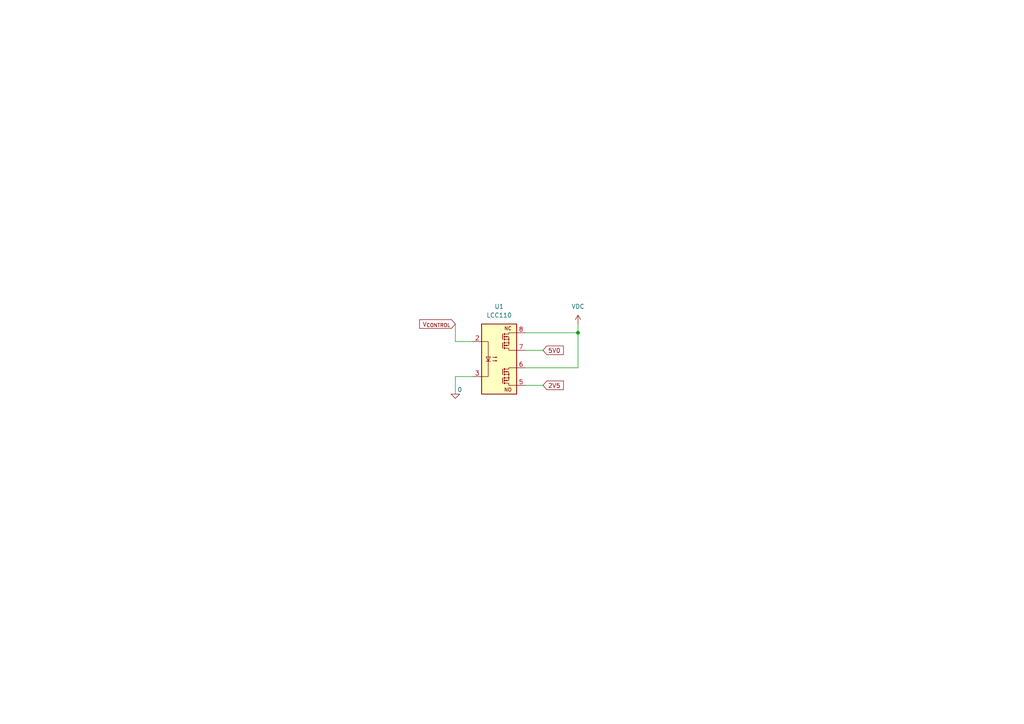
<source format=kicad_sch>
(kicad_sch (version 20230121) (generator eeschema)
  (paper "A4")
  (lib_symbols
    (symbol "Relay_SolidState:LCC110"
      (property "Reference" "U" (at -5.08 11.43 0))
      (property "Value" "LCC110" (at -0.254 11.43 0))
      (symbol "LCC110_0_0"
        (text "NC" (at 2.54 8.89 0) (effects (font (size 1.016 1.016))))
        (text "NO" (at 2.54 -8.89 0) (effects (font (size 1.016 1.016))))
      )
      (symbol "LCC110_0_1"
        (polyline (pts (xy -3.81 -0.635) (xy -2.54 -0.635)))
        (polyline (pts (xy 1.016 -5.461) (xy 1.016 -6.985)) (stroke (width 0.2032)))
        (polyline (pts (xy 1.016 -2.921) (xy 1.016 -4.445)) (stroke (width 0.2032)))
        (polyline (pts (xy 1.016 4.699) (xy 1.016 3.175)) (stroke (width 0.2032)))
        (polyline (pts (xy 1.016 7.239) (xy 1.016 5.715)) (stroke (width 0.2032)))
        (polyline (pts (xy 1.524 -6.858) (xy 1.524 -7.112) (xy 1.524 -7.112)) (stroke (width 0.3556)))
        (polyline (pts (xy 1.524 -6.096) (xy 1.524 -6.35) (xy 1.524 -6.35)) (stroke (width 0.3556)))
        (polyline (pts (xy 1.524 -5.334) (xy 1.524 -5.588) (xy 1.524 -5.588)) (stroke (width 0.3556)))
        (polyline (pts (xy 1.524 -4.318) (xy 1.524 -4.572) (xy 1.524 -4.572)) (stroke (width 0.3556)))
        (polyline (pts (xy 1.524 -3.556) (xy 1.524 -3.81) (xy 1.524 -3.81)) (stroke (width 0.3556)))
        (polyline (pts (xy 1.524 -2.794) (xy 1.524 -3.048) (xy 1.524 -3.048)) (stroke (width 0.3556)))
        (polyline (pts (xy 1.524 3.302) (xy 1.524 3.048) (xy 1.524 3.048)) (stroke (width 0.3556)))
        (polyline (pts (xy 1.524 4.064) (xy 1.524 3.81) (xy 1.524 3.81)) (stroke (width 0.3556)))
        (polyline (pts (xy 1.524 4.826) (xy 1.524 4.572) (xy 1.524 4.572)) (stroke (width 0.3556)))
        (polyline (pts (xy 1.524 5.842) (xy 1.524 5.588) (xy 1.524 5.588)) (stroke (width 0.3556)))
        (polyline (pts (xy 1.524 6.604) (xy 1.524 6.35) (xy 1.524 6.35)) (stroke (width 0.3556)))
        (polyline (pts (xy 1.524 7.366) (xy 1.524 7.112) (xy 1.524 7.112)) (stroke (width 0.3556)))
        (polyline (pts (xy 1.651 -3.683) (xy 2.794 -3.683) (xy 2.794 -4.445)))
        (polyline (pts (xy 1.651 6.477) (xy 2.794 6.477) (xy 2.794 5.715)))
        (polyline (pts (xy -5.08 5.08) (xy -3.175 5.08) (xy -3.175 -5.08) (xy -5.08 -5.08)))
        (polyline (pts (xy -3.175 -0.635) (xy -3.81 0.635) (xy -2.54 0.635) (xy -3.175 -0.635)))
        (polyline (pts (xy 1.651 -2.921) (xy 2.794 -2.921) (xy 2.794 -2.54) (xy 5.08 -2.54)))
        (polyline (pts (xy 1.651 7.239) (xy 2.794 7.239) (xy 2.794 7.62) (xy 5.08 7.62)))
        (polyline (pts (xy 1.778 -6.223) (xy 2.286 -6.096) (xy 2.286 -6.35) (xy 1.778 -6.223)))
        (polyline (pts (xy 1.778 -3.683) (xy 2.286 -3.556) (xy 2.286 -3.81) (xy 1.778 -3.683)))
        (polyline (pts (xy 1.778 3.937) (xy 2.286 4.064) (xy 2.286 3.81) (xy 1.778 3.937)))
        (polyline (pts (xy 1.778 6.477) (xy 2.286 6.604) (xy 2.286 6.35) (xy 1.778 6.477)))
        (polyline (pts (xy -1.905 -0.508) (xy -0.635 -0.508) (xy -1.016 -0.635) (xy -1.016 -0.381) (xy -0.635 -0.508)))
        (polyline (pts (xy -1.905 0.508) (xy -0.635 0.508) (xy -1.016 0.381) (xy -1.016 0.635) (xy -0.635 0.508)))
        (circle (center 2.794 -5.461) (radius 0.127))
        (circle (center 2.794 -4.445) (radius 0.127))
        (circle (center 2.794 4.699) (radius 0.127))
        (circle (center 2.794 5.715) (radius 0.127))
        (rectangle (start 5.08 -10.16) (end -5.08 10.16) (stroke (width 0.254)) (fill (type background)))
      )
      (symbol "LCC110_1_1"
        (polyline (pts (xy 1.524 -6.223) (xy 2.794 -6.223) (xy 2.794 -5.461)))
        (polyline (pts (xy 1.524 3.937) (xy 2.794 3.937) (xy 2.794 4.699)))
        (polyline (pts (xy 1.524 -6.985) (xy 2.794 -6.985) (xy 2.794 -7.62) (xy 5.08 -7.62)))
        (polyline (pts (xy 1.524 -4.445) (xy 2.794 -4.445) (xy 2.794 -5.461) (xy 1.524 -5.461)))
        (polyline (pts (xy 1.524 3.175) (xy 2.794 3.175) (xy 2.794 2.54) (xy 5.08 2.54)))
        (polyline (pts (xy 1.524 5.715) (xy 2.794 5.715) (xy 2.794 4.699) (xy 1.524 4.699)))
        (pin no_connect line (at -5.08 7.62 0) (length 2.54) hide (name "nc") (number "1"))
        (pin passive line (at -7.62 5.08 0) (length 2.54) (name "~") (number "2"))
        (pin passive line (at -7.62 -5.08 0) (length 2.54) (name "~") (number "3"))
        (pin no_connect line (at -5.08 -7.62 0) (length 2.54) hide (name "nc") (number "4"))
        (pin passive line (at 7.62 -7.62 180) (length 2.54) (name "~") (number "5"))
        (pin passive line (at 7.62 -2.54 180) (length 2.54) (name "~") (number "6"))
        (pin passive line (at 7.62 2.54 180) (length 2.54) (name "~") (number "7"))
        (pin passive line (at 7.62 7.62 180) (length 2.54) (name "~") (number "8"))
      )
    )
    (symbol "Simulation_SPICE:0" (power) (pin_names (offset 0))
      (property "Value" "0" (at 0 -1.778 0))
      (symbol "0_0_1"
        (polyline (pts (xy -1.27 0) (xy 0 -1.27) (xy 1.27 0) (xy -1.27 0)))
      )
      (symbol "0_1_1"
        (pin power_in line (at 0 0 0) (length 0) hide (name "0") (number "1"))
      )
    )
    (symbol "power:VDC" (power) (pin_names (offset 0))
      (property "Value" "VDC" (at 0 6.35 0))
      (symbol "VDC_0_1"
        (polyline (pts (xy -0.762 1.27) (xy 0 2.54)))
        (polyline (pts (xy 0 0) (xy 0 2.54)))
        (polyline (pts (xy 0 2.54) (xy 0.762 1.27)))
      )
      (symbol "VDC_1_1"
        (pin power_in line (at 0 0 90) (length 0) hide (name "VDC") (number "1"))
      )
    )
  )
  (junction (at 167.64 96.52))
  (wire (pts (xy 132.08 93.98) (xy 132.08 99.06)))
  (wire (pts (xy 152.4 101.6) (xy 157.48 101.6)))
  (wire (pts (xy 152.4 111.76) (xy 157.48 111.76)))
  (wire (pts (xy 132.08 114.3) (xy 132.08 109.22)))
  (wire (pts (xy 152.4 96.52) (xy 167.64 96.52)))
  (wire (pts (xy 167.64 96.52) (xy 167.64 106.68)))
  (wire (pts (xy 132.08 109.22) (xy 137.16 109.22)))
  (wire (pts (xy 167.64 93.98) (xy 167.64 96.52)))
  (wire (pts (xy 152.4 106.68) (xy 167.64 106.68)))
  (wire (pts (xy 137.16 99.06) (xy 132.08 99.06)))
  (global_label "V_{CONTROL}" (shape input) (at 132.08 93.98 180) (property "Intersheetrefs" "${INTERSHEET_REFS}" (effects hide)))
  (global_label "2V5" (shape input) (at 157.48 111.76 0) (property "Intersheetrefs" "${INTERSHEET_REFS}" (effects hide)))
  (global_label "5V0" (shape input) (at 157.48 101.6 0) (property "Intersheetrefs" "${INTERSHEET_REFS}" (effects hide)))
  (symbol (lib_id "Relay_SolidState:LCC110") (at 144.78 104.14 0) (unit 1)
    (property "Reference" "U1" (at 144.78 88.9 0))
    (property "Value" "LCC110" (at 144.78 91.44 0))
    (property "Footprint" "Package_DIP:DIP-8_W7.62mm" (effects hide))
    (property "Datasheet" "http://www.ixysic.com/home/pdfs.nsf/www/LCC110.pdf/$file/LCC110.pdf" (effects hide))
  )
  (symbol (lib_id "power:VDC") (at 167.64 93.98 0) (unit 1)
    (property "Reference" "#PWR01" (effects hide))
    (property "Value" "VDC" (at 167.64 88.9 0))
  )
  (symbol (lib_id "Simulation_SPICE:0") (at 132.08 114.3 0) (unit 1)
    (property "Reference" "#GND04" (effects hide))
    (property "Value" "0" (at 133.35 113.03 0))
  )
)
</source>
